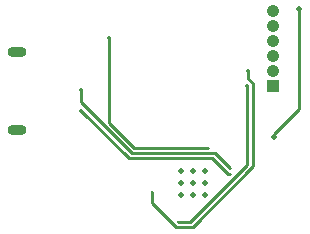
<source format=gbl>
G04*
G04 #@! TF.GenerationSoftware,Altium Limited,Altium Designer,19.0.14 (431)*
G04*
G04 Layer_Physical_Order=2*
G04 Layer_Color=16711680*
%FSLAX43Y43*%
%MOMM*%
G71*
G01*
G75*
%ADD12C,0.254*%
%ADD47O,1.600X0.900*%
%ADD48R,1.050X1.050*%
%ADD49C,1.050*%
%ADD50C,0.500*%
%ADD51C,0.250*%
%ADD52C,0.350*%
D12*
X23125Y8250D02*
Y8500D01*
X25250Y10625D01*
Y19125D01*
X12750Y2733D02*
Y3625D01*
Y2733D02*
X14812Y671D01*
X16205D01*
X21337Y5803D01*
Y12793D01*
X20855Y13275D02*
X21337Y12793D01*
X20855Y13275D02*
Y13855D01*
X11250Y7375D02*
X17500D01*
X11039Y6921D02*
X18079D01*
X10783Y6467D02*
X17891D01*
X18079Y6921D02*
X19375Y5625D01*
X17891Y6467D02*
X19233Y5125D01*
X16017Y1125D02*
X20835Y5943D01*
X19233Y5125D02*
X19375D01*
X20835Y5943D02*
Y12585D01*
X15000Y1125D02*
X16017D01*
X9125Y9500D02*
X11250Y7375D01*
X6750Y11210D02*
X11039Y6921D01*
X6750Y10500D02*
X10783Y6467D01*
X9125Y9500D02*
Y16625D01*
X6750Y11210D02*
Y12250D01*
D47*
X1325Y8875D02*
D03*
Y15475D02*
D03*
D48*
X23000Y12585D02*
D03*
D49*
Y15125D02*
D03*
Y13855D02*
D03*
Y16395D02*
D03*
Y17665D02*
D03*
Y18935D02*
D03*
D50*
X23125Y8250D02*
D03*
X25250Y19125D02*
D03*
X15250Y3375D02*
D03*
Y4375D02*
D03*
Y5375D02*
D03*
X16250Y3375D02*
D03*
Y4375D02*
D03*
Y5375D02*
D03*
X17250Y3375D02*
D03*
Y4375D02*
D03*
Y5375D02*
D03*
D51*
X15000Y1125D02*
D03*
X12750Y3625D02*
D03*
X19375Y5625D02*
D03*
Y5125D02*
D03*
X17500Y7375D02*
D03*
D52*
X20835Y12585D02*
D03*
X20855Y13855D02*
D03*
X9125Y16625D02*
D03*
X6750Y12250D02*
D03*
Y10500D02*
D03*
M02*

</source>
